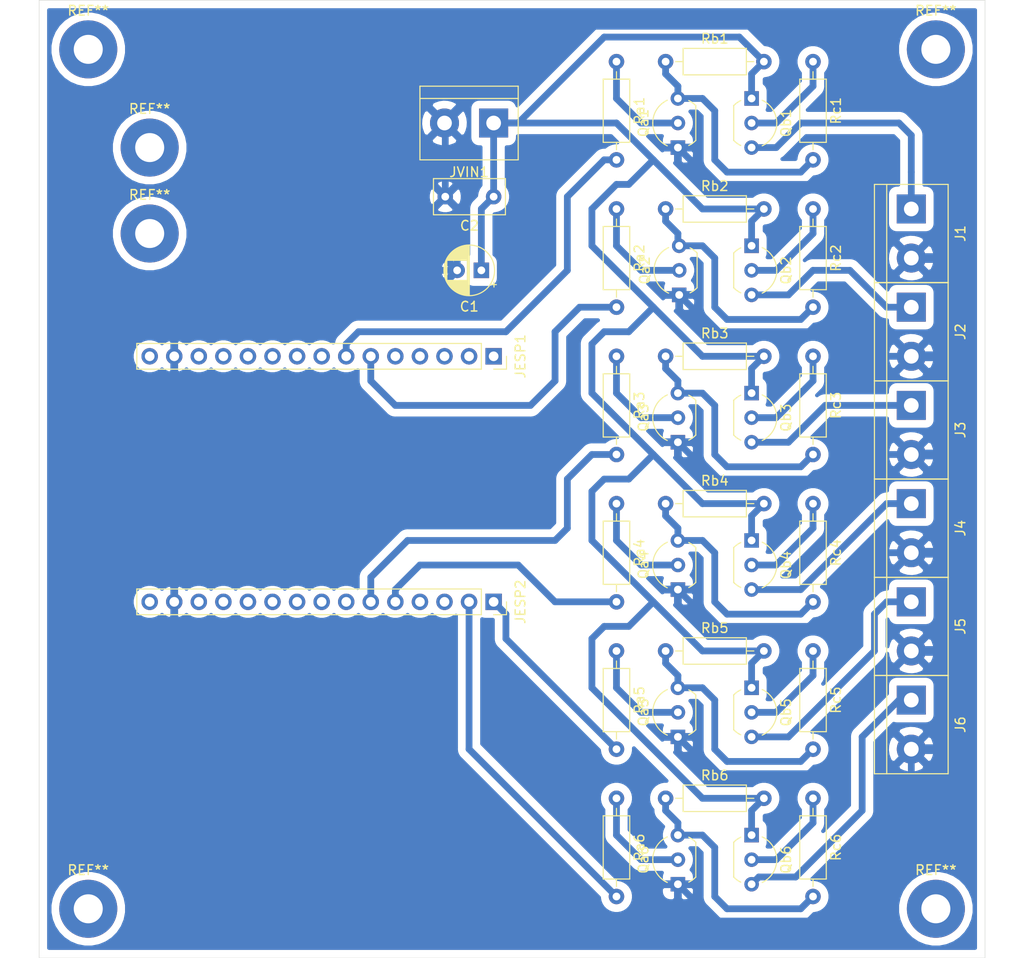
<source format=kicad_pcb>
(kicad_pcb (version 20171130) (host pcbnew 5.1.9)
  (layers (0 F.Cu signal) (31 B.Cu signal) (34 B.Paste user) (35 F.Paste user) (36 B.SilkS user) (37 F.SilkS user) (38 B.Mask user) (39 F.Mask user) (44 Edge.Cuts user))
  (net 0 "")
  (net 1 GND)
  (net 2 VCC)
  (net 3 "Net-(J1-Pad1)")
  (net 4 "Net-(J2-Pad1)")
  (net 5 "Net-(J3-Pad1)")
  (net 6 "Net-(J4-Pad1)")
  (net 7 "Net-(J5-Pad1)")
  (net 8 "Net-(J6-Pad1)")
  (net 9 /V1)
  (net 10 /V2)
  (net 11 /V3)
  (net 12 /V4)
  (net 13 /V6)
  (net 14 /V5)
  (net 15 "Net-(Qa1-Pad3)")
  (net 16 "Net-(Qa1-Pad2)")
  (net 17 "Net-(Qa2-Pad3)")
  (net 18 "Net-(Qa2-Pad2)")
  (net 19 "Net-(Qa3-Pad3)")
  (net 20 "Net-(Qa3-Pad2)")
  (net 21 "Net-(Qa4-Pad3)")
  (net 22 "Net-(Qa4-Pad2)")
  (net 23 "Net-(Qa5-Pad3)")
  (net 24 "Net-(Qa5-Pad2)")
  (net 25 "Net-(Qa6-Pad3)")
  (net 26 "Net-(Qa6-Pad2)")
  (net 27 "Net-(Qb1-Pad2)")
  (net 28 "Net-(Qb2-Pad2)")
  (net 29 "Net-(Qb3-Pad2)")
  (net 30 "Net-(Qb4-Pad2)")
  (net 31 "Net-(Qb5-Pad2)")
  (net 32 "Net-(Qb6-Pad2)")
  (module MountingHole:MountingHole_3mm_Pad (layer F.Cu) (at 36.83 63.5)
    (fp_text reference REF** (at 0 -4) (layer F.SilkS))
    (fp_text value MountingHole_3mm_Pad)
    (pad 1 thru_hole circle (at 0 0) (size 6 6) (drill 3) (layers *.Cu *.Mask))
  )
  (module MountingHole:MountingHole_3mm_Pad (layer F.Cu) (at 36.83 54.61)
    (fp_text reference REF** (at 0 -4) (layer F.SilkS))
    (fp_text value MountingHole_3mm_Pad)
    (pad 1 thru_hole circle (at 0 0) (size 6 6) (drill 3) (layers *.Cu *.Mask))
  )
  (module MountingHole:MountingHole_3mm_Pad (layer F.Cu) (at 30.48 133.35)
    (fp_text reference REF** (at 0 -4) (layer F.SilkS))
    (fp_text value MountingHole_3mm_Pad)
    (pad 1 thru_hole circle (at 0 0) (size 6 6) (drill 3) (layers *.Cu *.Mask))
  )
  (module MountingHole:MountingHole_3mm_Pad (layer F.Cu) (at 118.11 133.35)
    (fp_text reference REF** (at 0 -4) (layer F.SilkS))
    (fp_text value MountingHole_3mm_Pad)
    (pad 1 thru_hole circle (at 0 0) (size 6 6) (drill 3) (layers *.Cu *.Mask))
  )
  (module MountingHole:MountingHole_3mm_Pad (layer F.Cu) (at 118.11 44.45)
    (fp_text reference REF** (at 0 -4) (layer F.SilkS))
    (fp_text value MountingHole_3mm_Pad)
    (pad 1 thru_hole circle (at 0 0) (size 6 6) (drill 3) (layers *.Cu *.Mask))
  )
  (module MountingHole:MountingHole_3mm_Pad (layer F.Cu) (at 30.48 44.45)
    (fp_text reference REF** (at 0 -4) (layer F.SilkS))
    (fp_text value MountingHole_3mm_Pad)
    (pad 1 thru_hole circle (at 0 0) (size 6 6) (drill 3) (layers *.Cu *.Mask))
  )
  (module Resistor_THT:R_Axial_DIN0207_L6.3mm_D2.5mm_P10.16mm_Horizontal (layer F.Cu) (at 105.41 121.92 270)
    (fp_text reference Rc6 (at 5.08 -2.37 90) (layer F.SilkS))
    (fp_text value 4.7k)
    (pad 2 thru_hole oval (at 10.16 0 270) (size 1.6 1.6) (drill 0.8) (layers *.Cu *.Mask) (net 25 "Net-(Qa6-Pad3)"))
    (pad 1 thru_hole circle (at 0 0 270) (size 1.6 1.6) (drill 0.8) (layers *.Cu *.Mask) (net 32 "Net-(Qb6-Pad2)"))
  )
  (module Resistor_THT:R_Axial_DIN0207_L6.3mm_D2.5mm_P10.16mm_Horizontal (layer F.Cu) (at 105.41 106.68 270)
    (fp_text reference Rc5 (at 5.08 -2.37 90) (layer F.SilkS))
    (fp_text value 4.7k)
    (pad 2 thru_hole oval (at 10.16 0 270) (size 1.6 1.6) (drill 0.8) (layers *.Cu *.Mask) (net 23 "Net-(Qa5-Pad3)"))
    (pad 1 thru_hole circle (at 0 0 270) (size 1.6 1.6) (drill 0.8) (layers *.Cu *.Mask) (net 31 "Net-(Qb5-Pad2)"))
  )
  (module Resistor_THT:R_Axial_DIN0207_L6.3mm_D2.5mm_P10.16mm_Horizontal (layer F.Cu) (at 105.41 91.44 270)
    (fp_text reference Rc4 (at 5.08 -2.37 90) (layer F.SilkS))
    (fp_text value 4.7k)
    (pad 2 thru_hole oval (at 10.16 0 270) (size 1.6 1.6) (drill 0.8) (layers *.Cu *.Mask) (net 21 "Net-(Qa4-Pad3)"))
    (pad 1 thru_hole circle (at 0 0 270) (size 1.6 1.6) (drill 0.8) (layers *.Cu *.Mask) (net 30 "Net-(Qb4-Pad2)"))
  )
  (module Resistor_THT:R_Axial_DIN0207_L6.3mm_D2.5mm_P10.16mm_Horizontal (layer F.Cu) (at 105.41 76.2 270)
    (fp_text reference Rc3 (at 5.08 -2.37 90) (layer F.SilkS))
    (fp_text value 4.7k)
    (pad 2 thru_hole oval (at 10.16 0 270) (size 1.6 1.6) (drill 0.8) (layers *.Cu *.Mask) (net 19 "Net-(Qa3-Pad3)"))
    (pad 1 thru_hole circle (at 0 0 270) (size 1.6 1.6) (drill 0.8) (layers *.Cu *.Mask) (net 29 "Net-(Qb3-Pad2)"))
  )
  (module Resistor_THT:R_Axial_DIN0207_L6.3mm_D2.5mm_P10.16mm_Horizontal (layer F.Cu) (at 105.41 60.96 270)
    (fp_text reference Rc2 (at 5.08 -2.37 90) (layer F.SilkS))
    (fp_text value 4.7k)
    (pad 2 thru_hole oval (at 10.16 0 270) (size 1.6 1.6) (drill 0.8) (layers *.Cu *.Mask) (net 17 "Net-(Qa2-Pad3)"))
    (pad 1 thru_hole circle (at 0 0 270) (size 1.6 1.6) (drill 0.8) (layers *.Cu *.Mask) (net 28 "Net-(Qb2-Pad2)"))
  )
  (module Resistor_THT:R_Axial_DIN0207_L6.3mm_D2.5mm_P10.16mm_Horizontal (layer F.Cu) (at 105.41 45.72 270)
    (fp_text reference Rc1 (at 5.08 -2.37 90) (layer F.SilkS))
    (fp_text value 4.7k)
    (pad 2 thru_hole oval (at 10.16 0 270) (size 1.6 1.6) (drill 0.8) (layers *.Cu *.Mask) (net 15 "Net-(Qa1-Pad3)"))
    (pad 1 thru_hole circle (at 0 0 270) (size 1.6 1.6) (drill 0.8) (layers *.Cu *.Mask) (net 27 "Net-(Qb1-Pad2)"))
  )
  (module Resistor_THT:R_Axial_DIN0207_L6.3mm_D2.5mm_P10.16mm_Horizontal (layer F.Cu) (at 90.17 121.92)
    (fp_text reference Rb6 (at 5.08 -2.37) (layer F.SilkS))
    (fp_text value 4.7k)
    (pad 2 thru_hole oval (at 10.16 0) (size 1.6 1.6) (drill 0.8) (layers *.Cu *.Mask) (net 2 VCC))
    (pad 1 thru_hole circle (at 0 0) (size 1.6 1.6) (drill 0.8) (layers *.Cu *.Mask) (net 25 "Net-(Qa6-Pad3)"))
  )
  (module Resistor_THT:R_Axial_DIN0207_L6.3mm_D2.5mm_P10.16mm_Horizontal (layer F.Cu) (at 90.17 106.68)
    (fp_text reference Rb5 (at 5.08 -2.37) (layer F.SilkS))
    (fp_text value 4.7k)
    (pad 2 thru_hole oval (at 10.16 0) (size 1.6 1.6) (drill 0.8) (layers *.Cu *.Mask) (net 2 VCC))
    (pad 1 thru_hole circle (at 0 0) (size 1.6 1.6) (drill 0.8) (layers *.Cu *.Mask) (net 23 "Net-(Qa5-Pad3)"))
  )
  (module Resistor_THT:R_Axial_DIN0207_L6.3mm_D2.5mm_P10.16mm_Horizontal (layer F.Cu) (at 90.17 91.44)
    (fp_text reference Rb4 (at 5.08 -2.37) (layer F.SilkS))
    (fp_text value 4.7k)
    (pad 2 thru_hole oval (at 10.16 0) (size 1.6 1.6) (drill 0.8) (layers *.Cu *.Mask) (net 2 VCC))
    (pad 1 thru_hole circle (at 0 0) (size 1.6 1.6) (drill 0.8) (layers *.Cu *.Mask) (net 21 "Net-(Qa4-Pad3)"))
  )
  (module Resistor_THT:R_Axial_DIN0207_L6.3mm_D2.5mm_P10.16mm_Horizontal (layer F.Cu) (at 90.17 76.2)
    (fp_text reference Rb3 (at 5.08 -2.37) (layer F.SilkS))
    (fp_text value 4.7k)
    (pad 2 thru_hole oval (at 10.16 0) (size 1.6 1.6) (drill 0.8) (layers *.Cu *.Mask) (net 2 VCC))
    (pad 1 thru_hole circle (at 0 0) (size 1.6 1.6) (drill 0.8) (layers *.Cu *.Mask) (net 19 "Net-(Qa3-Pad3)"))
  )
  (module Resistor_THT:R_Axial_DIN0207_L6.3mm_D2.5mm_P10.16mm_Horizontal (layer F.Cu) (at 90.17 60.96)
    (fp_text reference Rb2 (at 5.08 -2.37) (layer F.SilkS))
    (fp_text value 4.7k)
    (pad 2 thru_hole oval (at 10.16 0) (size 1.6 1.6) (drill 0.8) (layers *.Cu *.Mask) (net 2 VCC))
    (pad 1 thru_hole circle (at 0 0) (size 1.6 1.6) (drill 0.8) (layers *.Cu *.Mask) (net 17 "Net-(Qa2-Pad3)"))
  )
  (module Resistor_THT:R_Axial_DIN0207_L6.3mm_D2.5mm_P10.16mm_Horizontal (layer F.Cu) (at 90.17 45.72)
    (fp_text reference Rb1 (at 5.08 -2.37) (layer F.SilkS))
    (fp_text value 4.7k)
    (pad 2 thru_hole oval (at 10.16 0) (size 1.6 1.6) (drill 0.8) (layers *.Cu *.Mask) (net 2 VCC))
    (pad 1 thru_hole circle (at 0 0) (size 1.6 1.6) (drill 0.8) (layers *.Cu *.Mask) (net 15 "Net-(Qa1-Pad3)"))
  )
  (module Resistor_THT:R_Axial_DIN0207_L6.3mm_D2.5mm_P10.16mm_Horizontal (layer F.Cu) (at 85.09 121.92 270)
    (fp_text reference Ra6 (at 5.08 -2.37 90) (layer F.SilkS))
    (fp_text value 4.7k)
    (pad 2 thru_hole oval (at 10.16 0 270) (size 1.6 1.6) (drill 0.8) (layers *.Cu *.Mask) (net 13 /V6))
    (pad 1 thru_hole circle (at 0 0 270) (size 1.6 1.6) (drill 0.8) (layers *.Cu *.Mask) (net 26 "Net-(Qa6-Pad2)"))
  )
  (module Resistor_THT:R_Axial_DIN0207_L6.3mm_D2.5mm_P10.16mm_Horizontal (layer F.Cu) (at 85.09 106.68 270)
    (fp_text reference Ra5 (at 5.08 -2.37 90) (layer F.SilkS))
    (fp_text value 4.7k)
    (pad 2 thru_hole oval (at 10.16 0 270) (size 1.6 1.6) (drill 0.8) (layers *.Cu *.Mask) (net 14 /V5))
    (pad 1 thru_hole circle (at 0 0 270) (size 1.6 1.6) (drill 0.8) (layers *.Cu *.Mask) (net 24 "Net-(Qa5-Pad2)"))
  )
  (module Resistor_THT:R_Axial_DIN0207_L6.3mm_D2.5mm_P10.16mm_Horizontal (layer F.Cu) (at 85.09 91.44 270)
    (fp_text reference Ra4 (at 5.08 -2.37 90) (layer F.SilkS))
    (fp_text value 4.7k)
    (pad 2 thru_hole oval (at 10.16 0 270) (size 1.6 1.6) (drill 0.8) (layers *.Cu *.Mask) (net 12 /V4))
    (pad 1 thru_hole circle (at 0 0 270) (size 1.6 1.6) (drill 0.8) (layers *.Cu *.Mask) (net 22 "Net-(Qa4-Pad2)"))
  )
  (module Resistor_THT:R_Axial_DIN0207_L6.3mm_D2.5mm_P10.16mm_Horizontal (layer F.Cu) (at 85.09 76.2 270)
    (fp_text reference Ra3 (at 5.08 -2.37 90) (layer F.SilkS))
    (fp_text value 4.7k)
    (pad 2 thru_hole oval (at 10.16 0 270) (size 1.6 1.6) (drill 0.8) (layers *.Cu *.Mask) (net 11 /V3))
    (pad 1 thru_hole circle (at 0 0 270) (size 1.6 1.6) (drill 0.8) (layers *.Cu *.Mask) (net 20 "Net-(Qa3-Pad2)"))
  )
  (module Resistor_THT:R_Axial_DIN0207_L6.3mm_D2.5mm_P10.16mm_Horizontal (layer F.Cu) (at 85.09 60.96 270)
    (fp_text reference Ra2 (at 5.08 -2.37 90) (layer F.SilkS))
    (fp_text value 4.7k)
    (pad 2 thru_hole oval (at 10.16 0 270) (size 1.6 1.6) (drill 0.8) (layers *.Cu *.Mask) (net 10 /V2))
    (pad 1 thru_hole circle (at 0 0 270) (size 1.6 1.6) (drill 0.8) (layers *.Cu *.Mask) (net 18 "Net-(Qa2-Pad2)"))
  )
  (module Resistor_THT:R_Axial_DIN0207_L6.3mm_D2.5mm_P10.16mm_Horizontal (layer F.Cu) (at 85.09 45.72 270)
    (fp_text reference Ra1 (at 5.08 -2.37 90) (layer F.SilkS))
    (fp_text value 4.7k)
    (pad 2 thru_hole oval (at 10.16 0 270) (size 1.6 1.6) (drill 0.8) (layers *.Cu *.Mask) (net 9 /V1))
    (pad 1 thru_hole circle (at 0 0 270) (size 1.6 1.6) (drill 0.8) (layers *.Cu *.Mask) (net 16 "Net-(Qa1-Pad2)"))
  )
  (module Package_TO_SOT_THT:TO-92_Inline_Wide (layer F.Cu) (at 99.06 125.73 270)
    (fp_text reference Qb6 (at 2.54 -3.56 90) (layer F.SilkS))
    (fp_text value 2N3906)
    (pad 1 thru_hole rect (at 0 0 270) (size 1.5 1.5) (drill 0.8) (layers *.Cu *.Mask) (net 2 VCC))
    (pad 3 thru_hole circle (at 5.08 0 270) (size 1.5 1.5) (drill 0.8) (layers *.Cu *.Mask) (net 8 "Net-(J6-Pad1)"))
    (pad 2 thru_hole circle (at 2.54 0 270) (size 1.5 1.5) (drill 0.8) (layers *.Cu *.Mask) (net 32 "Net-(Qb6-Pad2)"))
  )
  (module Package_TO_SOT_THT:TO-92_Inline_Wide (layer F.Cu) (at 99.06 110.49 270)
    (fp_text reference Qb5 (at 2.54 -3.56 90) (layer F.SilkS))
    (fp_text value 2N3906)
    (pad 1 thru_hole rect (at 0 0 270) (size 1.5 1.5) (drill 0.8) (layers *.Cu *.Mask) (net 2 VCC))
    (pad 3 thru_hole circle (at 5.08 0 270) (size 1.5 1.5) (drill 0.8) (layers *.Cu *.Mask) (net 7 "Net-(J5-Pad1)"))
    (pad 2 thru_hole circle (at 2.54 0 270) (size 1.5 1.5) (drill 0.8) (layers *.Cu *.Mask) (net 31 "Net-(Qb5-Pad2)"))
  )
  (module Package_TO_SOT_THT:TO-92_Inline_Wide (layer F.Cu) (at 99.06 95.25 270)
    (fp_text reference Qb4 (at 2.54 -3.56 90) (layer F.SilkS))
    (fp_text value 2N3906)
    (pad 1 thru_hole rect (at 0 0 270) (size 1.5 1.5) (drill 0.8) (layers *.Cu *.Mask) (net 2 VCC))
    (pad 3 thru_hole circle (at 5.08 0 270) (size 1.5 1.5) (drill 0.8) (layers *.Cu *.Mask) (net 6 "Net-(J4-Pad1)"))
    (pad 2 thru_hole circle (at 2.54 0 270) (size 1.5 1.5) (drill 0.8) (layers *.Cu *.Mask) (net 30 "Net-(Qb4-Pad2)"))
  )
  (module Package_TO_SOT_THT:TO-92_Inline_Wide (layer F.Cu) (at 99.06 80.01 270)
    (fp_text reference Qb3 (at 2.54 -3.56 90) (layer F.SilkS))
    (fp_text value 2N3906)
    (pad 1 thru_hole rect (at 0 0 270) (size 1.5 1.5) (drill 0.8) (layers *.Cu *.Mask) (net 2 VCC))
    (pad 3 thru_hole circle (at 5.08 0 270) (size 1.5 1.5) (drill 0.8) (layers *.Cu *.Mask) (net 5 "Net-(J3-Pad1)"))
    (pad 2 thru_hole circle (at 2.54 0 270) (size 1.5 1.5) (drill 0.8) (layers *.Cu *.Mask) (net 29 "Net-(Qb3-Pad2)"))
  )
  (module Package_TO_SOT_THT:TO-92_Inline_Wide (layer F.Cu) (at 99.06 64.77 270)
    (fp_text reference Qb2 (at 2.54 -3.56 90) (layer F.SilkS))
    (fp_text value 2N3906)
    (pad 1 thru_hole rect (at 0 0 270) (size 1.5 1.5) (drill 0.8) (layers *.Cu *.Mask) (net 2 VCC))
    (pad 3 thru_hole circle (at 5.08 0 270) (size 1.5 1.5) (drill 0.8) (layers *.Cu *.Mask) (net 4 "Net-(J2-Pad1)"))
    (pad 2 thru_hole circle (at 2.54 0 270) (size 1.5 1.5) (drill 0.8) (layers *.Cu *.Mask) (net 28 "Net-(Qb2-Pad2)"))
  )
  (module Package_TO_SOT_THT:TO-92_Inline_Wide (layer F.Cu) (at 99.06 49.53 270)
    (fp_text reference Qb1 (at 2.54 -3.56 90) (layer F.SilkS))
    (fp_text value 2N3906)
    (pad 1 thru_hole rect (at 0 0 270) (size 1.5 1.5) (drill 0.8) (layers *.Cu *.Mask) (net 2 VCC))
    (pad 3 thru_hole circle (at 5.08 0 270) (size 1.5 1.5) (drill 0.8) (layers *.Cu *.Mask) (net 3 "Net-(J1-Pad1)"))
    (pad 2 thru_hole circle (at 2.54 0 270) (size 1.5 1.5) (drill 0.8) (layers *.Cu *.Mask) (net 27 "Net-(Qb1-Pad2)"))
  )
  (module Package_TO_SOT_THT:TO-92_Inline_Wide (layer F.Cu) (at 91.44 130.81 90)
    (fp_text reference Qa6 (at 2.54 -3.56 90) (layer F.SilkS))
    (fp_text value 2N3904)
    (pad 1 thru_hole rect (at 0 0 90) (size 1.5 1.5) (drill 0.8) (layers *.Cu *.Mask) (net 1 GND))
    (pad 3 thru_hole circle (at 5.08 0 90) (size 1.5 1.5) (drill 0.8) (layers *.Cu *.Mask) (net 25 "Net-(Qa6-Pad3)"))
    (pad 2 thru_hole circle (at 2.54 0 90) (size 1.5 1.5) (drill 0.8) (layers *.Cu *.Mask) (net 26 "Net-(Qa6-Pad2)"))
  )
  (module Package_TO_SOT_THT:TO-92_Inline_Wide (layer F.Cu) (at 91.44 115.57 90)
    (fp_text reference Qa5 (at 2.54 -3.56 90) (layer F.SilkS))
    (fp_text value 2N3904)
    (pad 1 thru_hole rect (at 0 0 90) (size 1.5 1.5) (drill 0.8) (layers *.Cu *.Mask) (net 1 GND))
    (pad 3 thru_hole circle (at 5.08 0 90) (size 1.5 1.5) (drill 0.8) (layers *.Cu *.Mask) (net 23 "Net-(Qa5-Pad3)"))
    (pad 2 thru_hole circle (at 2.54 0 90) (size 1.5 1.5) (drill 0.8) (layers *.Cu *.Mask) (net 24 "Net-(Qa5-Pad2)"))
  )
  (module Package_TO_SOT_THT:TO-92_Inline_Wide (layer F.Cu) (at 91.44 100.33 90)
    (fp_text reference Qa4 (at 2.54 -3.56 90) (layer F.SilkS))
    (fp_text value 2N3904)
    (pad 1 thru_hole rect (at 0 0 90) (size 1.5 1.5) (drill 0.8) (layers *.Cu *.Mask) (net 1 GND))
    (pad 3 thru_hole circle (at 5.08 0 90) (size 1.5 1.5) (drill 0.8) (layers *.Cu *.Mask) (net 21 "Net-(Qa4-Pad3)"))
    (pad 2 thru_hole circle (at 2.54 0 90) (size 1.5 1.5) (drill 0.8) (layers *.Cu *.Mask) (net 22 "Net-(Qa4-Pad2)"))
  )
  (module Package_TO_SOT_THT:TO-92_Inline_Wide (layer F.Cu) (at 91.44 85.09 90)
    (fp_text reference Qa3 (at 2.54 -3.56 90) (layer F.SilkS))
    (fp_text value 2N3904)
    (pad 1 thru_hole rect (at 0 0 90) (size 1.5 1.5) (drill 0.8) (layers *.Cu *.Mask) (net 1 GND))
    (pad 3 thru_hole circle (at 5.08 0 90) (size 1.5 1.5) (drill 0.8) (layers *.Cu *.Mask) (net 19 "Net-(Qa3-Pad3)"))
    (pad 2 thru_hole circle (at 2.54 0 90) (size 1.5 1.5) (drill 0.8) (layers *.Cu *.Mask) (net 20 "Net-(Qa3-Pad2)"))
  )
  (module Package_TO_SOT_THT:TO-92_Inline_Wide (layer F.Cu) (at 91.575225 69.85 90)
    (fp_text reference Qa2 (at 2.54 -3.56 90) (layer F.SilkS))
    (fp_text value 2N3904)
    (pad 1 thru_hole rect (at 0 0 90) (size 1.5 1.5) (drill 0.8) (layers *.Cu *.Mask) (net 1 GND))
    (pad 3 thru_hole circle (at 5.08 0 90) (size 1.5 1.5) (drill 0.8) (layers *.Cu *.Mask) (net 17 "Net-(Qa2-Pad3)"))
    (pad 2 thru_hole circle (at 2.54 0 90) (size 1.5 1.5) (drill 0.8) (layers *.Cu *.Mask) (net 18 "Net-(Qa2-Pad2)"))
  )
  (module Package_TO_SOT_THT:TO-92_Inline_Wide (layer F.Cu) (at 91.44 54.61 90)
    (fp_text reference Qa1 (at 2.54 -3.56 90) (layer F.SilkS))
    (fp_text value 2N3904)
    (pad 1 thru_hole rect (at 0 0 90) (size 1.5 1.5) (drill 0.8) (layers *.Cu *.Mask) (net 1 GND))
    (pad 3 thru_hole circle (at 5.08 0 90) (size 1.5 1.5) (drill 0.8) (layers *.Cu *.Mask) (net 15 "Net-(Qa1-Pad3)"))
    (pad 2 thru_hole circle (at 2.54 0 90) (size 1.5 1.5) (drill 0.8) (layers *.Cu *.Mask) (net 16 "Net-(Qa1-Pad2)"))
  )
  (module TerminalBlock:TerminalBlock_bornier-2_P5.08mm (layer F.Cu) (at 72.39 52.07 180)
    (fp_text reference JVIN1 (at 2.54 -5.08) (layer F.SilkS))
    (fp_text value Conn_01x02)
    (pad 2 thru_hole circle (at 5.08 0 180) (size 3 3) (drill 1.52) (layers *.Cu *.Mask) (net 1 GND))
    (pad 1 thru_hole rect (at 0 0 180) (size 3 3) (drill 1.52) (layers *.Cu *.Mask) (net 2 VCC))
  )
  (module Connector_PinSocket_2.54mm:PinSocket_1x15_P2.54mm_Vertical (layer F.Cu) (at 72.39 101.6 270)
    (fp_text reference JESP2 (at 0 -2.77 90) (layer F.SilkS))
    (fp_text value Conn_01x15)
    (pad 15 thru_hole oval (at 0 35.56 270) (size 1.7 1.7) (drill 1) (layers *.Cu *.Mask))
    (pad 14 thru_hole oval (at 0 33.02 270) (size 1.7 1.7) (drill 1) (layers *.Cu *.Mask) (net 1 GND))
    (pad 13 thru_hole oval (at 0 30.48 270) (size 1.7 1.7) (drill 1) (layers *.Cu *.Mask))
    (pad 12 thru_hole oval (at 0 27.94 270) (size 1.7 1.7) (drill 1) (layers *.Cu *.Mask))
    (pad 11 thru_hole oval (at 0 25.4 270) (size 1.7 1.7) (drill 1) (layers *.Cu *.Mask))
    (pad 10 thru_hole oval (at 0 22.86 270) (size 1.7 1.7) (drill 1) (layers *.Cu *.Mask))
    (pad 9 thru_hole oval (at 0 20.32 270) (size 1.7 1.7) (drill 1) (layers *.Cu *.Mask))
    (pad 8 thru_hole oval (at 0 17.78 270) (size 1.7 1.7) (drill 1) (layers *.Cu *.Mask))
    (pad 7 thru_hole oval (at 0 15.24 270) (size 1.7 1.7) (drill 1) (layers *.Cu *.Mask))
    (pad 6 thru_hole oval (at 0 12.7 270) (size 1.7 1.7) (drill 1) (layers *.Cu *.Mask) (net 11 /V3))
    (pad 5 thru_hole oval (at 0 10.16 270) (size 1.7 1.7) (drill 1) (layers *.Cu *.Mask) (net 12 /V4))
    (pad 4 thru_hole oval (at 0 7.62 270) (size 1.7 1.7) (drill 1) (layers *.Cu *.Mask))
    (pad 3 thru_hole oval (at 0 5.08 270) (size 1.7 1.7) (drill 1) (layers *.Cu *.Mask))
    (pad 2 thru_hole oval (at 0 2.54 270) (size 1.7 1.7) (drill 1) (layers *.Cu *.Mask) (net 13 /V6))
    (pad 1 thru_hole rect (at 0 0 270) (size 1.7 1.7) (drill 1) (layers *.Cu *.Mask) (net 14 /V5))
  )
  (module Connector_PinSocket_2.54mm:PinSocket_1x15_P2.54mm_Vertical (layer F.Cu) (at 72.39 76.2 270)
    (fp_text reference JESP1 (at 0 -2.77 90) (layer F.SilkS))
    (fp_text value Conn_01x15)
    (pad 15 thru_hole oval (at 0 35.56 270) (size 1.7 1.7) (drill 1) (layers *.Cu *.Mask))
    (pad 14 thru_hole oval (at 0 33.02 270) (size 1.7 1.7) (drill 1) (layers *.Cu *.Mask) (net 1 GND))
    (pad 13 thru_hole oval (at 0 30.48 270) (size 1.7 1.7) (drill 1) (layers *.Cu *.Mask))
    (pad 12 thru_hole oval (at 0 27.94 270) (size 1.7 1.7) (drill 1) (layers *.Cu *.Mask))
    (pad 11 thru_hole oval (at 0 25.4 270) (size 1.7 1.7) (drill 1) (layers *.Cu *.Mask))
    (pad 10 thru_hole oval (at 0 22.86 270) (size 1.7 1.7) (drill 1) (layers *.Cu *.Mask))
    (pad 9 thru_hole oval (at 0 20.32 270) (size 1.7 1.7) (drill 1) (layers *.Cu *.Mask))
    (pad 8 thru_hole oval (at 0 17.78 270) (size 1.7 1.7) (drill 1) (layers *.Cu *.Mask))
    (pad 7 thru_hole oval (at 0 15.24 270) (size 1.7 1.7) (drill 1) (layers *.Cu *.Mask) (net 9 /V1))
    (pad 6 thru_hole oval (at 0 12.7 270) (size 1.7 1.7) (drill 1) (layers *.Cu *.Mask) (net 10 /V2))
    (pad 5 thru_hole oval (at 0 10.16 270) (size 1.7 1.7) (drill 1) (layers *.Cu *.Mask))
    (pad 4 thru_hole oval (at 0 7.62 270) (size 1.7 1.7) (drill 1) (layers *.Cu *.Mask))
    (pad 3 thru_hole oval (at 0 5.08 270) (size 1.7 1.7) (drill 1) (layers *.Cu *.Mask))
    (pad 2 thru_hole oval (at 0 2.54 270) (size 1.7 1.7) (drill 1) (layers *.Cu *.Mask))
    (pad 1 thru_hole rect (at 0 0 270) (size 1.7 1.7) (drill 1) (layers *.Cu *.Mask))
  )
  (module TerminalBlock:TerminalBlock_bornier-2_P5.08mm (layer F.Cu) (at 115.57 111.76 270)
    (fp_text reference J6 (at 2.54 -5.08 90) (layer F.SilkS))
    (fp_text value Conn_01x02)
    (pad 2 thru_hole circle (at 5.08 0 270) (size 3 3) (drill 1.52) (layers *.Cu *.Mask) (net 1 GND))
    (pad 1 thru_hole rect (at 0 0 270) (size 3 3) (drill 1.52) (layers *.Cu *.Mask) (net 8 "Net-(J6-Pad1)"))
  )
  (module TerminalBlock:TerminalBlock_bornier-2_P5.08mm (layer F.Cu) (at 115.57 101.6 270)
    (fp_text reference J5 (at 2.54 -5.08 90) (layer F.SilkS))
    (fp_text value Conn_01x02)
    (pad 2 thru_hole circle (at 5.08 0 270) (size 3 3) (drill 1.52) (layers *.Cu *.Mask) (net 1 GND))
    (pad 1 thru_hole rect (at 0 0 270) (size 3 3) (drill 1.52) (layers *.Cu *.Mask) (net 7 "Net-(J5-Pad1)"))
  )
  (module TerminalBlock:TerminalBlock_bornier-2_P5.08mm (layer F.Cu) (at 115.57 91.44 270)
    (fp_text reference J4 (at 2.54 -5.08 90) (layer F.SilkS))
    (fp_text value Conn_01x02)
    (pad 2 thru_hole circle (at 5.08 0 270) (size 3 3) (drill 1.52) (layers *.Cu *.Mask) (net 1 GND))
    (pad 1 thru_hole rect (at 0 0 270) (size 3 3) (drill 1.52) (layers *.Cu *.Mask) (net 6 "Net-(J4-Pad1)"))
  )
  (module TerminalBlock:TerminalBlock_bornier-2_P5.08mm (layer F.Cu) (at 115.57 81.28 270)
    (fp_text reference J3 (at 2.54 -5.08 90) (layer F.SilkS))
    (fp_text value Conn_01x02)
    (pad 2 thru_hole circle (at 5.08 0 270) (size 3 3) (drill 1.52) (layers *.Cu *.Mask) (net 1 GND))
    (pad 1 thru_hole rect (at 0 0 270) (size 3 3) (drill 1.52) (layers *.Cu *.Mask) (net 5 "Net-(J3-Pad1)"))
  )
  (module TerminalBlock:TerminalBlock_bornier-2_P5.08mm (layer F.Cu) (at 115.57 71.12 270)
    (fp_text reference J2 (at 2.54 -5.08 90) (layer F.SilkS))
    (fp_text value Conn_01x02)
    (pad 2 thru_hole circle (at 5.08 0 270) (size 3 3) (drill 1.52) (layers *.Cu *.Mask) (net 1 GND))
    (pad 1 thru_hole rect (at 0 0 270) (size 3 3) (drill 1.52) (layers *.Cu *.Mask) (net 4 "Net-(J2-Pad1)"))
  )
  (module TerminalBlock:TerminalBlock_bornier-2_P5.08mm (layer F.Cu) (at 115.57 60.96 270)
    (fp_text reference J1 (at 2.54 -5.08 90) (layer F.SilkS))
    (fp_text value Conn_01x02)
    (pad 2 thru_hole circle (at 5.08 0 270) (size 3 3) (drill 1.52) (layers *.Cu *.Mask) (net 1 GND))
    (pad 1 thru_hole rect (at 0 0 270) (size 3 3) (drill 1.52) (layers *.Cu *.Mask) (net 3 "Net-(J1-Pad1)"))
  )
  (module Capacitor_THT:C_Rect_L7.2mm_W3.5mm_P5.00mm_FKS2_FKP2_MKS2_MKP2 (layer F.Cu) (at 72.39 59.69 180)
    (fp_text reference C2 (at 2.5 -3) (layer F.SilkS))
    (fp_text value 100n)
    (pad 2 thru_hole circle (at 5 0 180) (size 1.6 1.6) (drill 0.8) (layers *.Cu *.Mask) (net 1 GND))
    (pad 1 thru_hole circle (at 0 0 180) (size 1.6 1.6) (drill 0.8) (layers *.Cu *.Mask) (net 2 VCC))
  )
  (module Capacitor_THT:CP_Radial_D5.0mm_P2.50mm (layer F.Cu) (at 71.12 67.31 180)
    (fp_text reference C1 (at 1.25 -3.75) (layer F.SilkS))
    (fp_text value 10u)
    (pad 2 thru_hole circle (at 2.5 0 180) (size 1.6 1.6) (drill 0.8) (layers *.Cu *.Mask) (net 1 GND))
    (pad 1 thru_hole rect (at 0 0 180) (size 1.6 1.6) (drill 0.8) (layers *.Cu *.Mask) (net 2 VCC))
  )
  (gr_line (start 123.19 39.37) (end 25.4 39.37) (layer Edge.Cuts) (width 0.05))
  (gr_line (start 123.19 138.43) (end 123.19 39.37) (layer Edge.Cuts) (width 0.05))
  (gr_line (start 25.4 138.43) (end 123.19 138.43) (layer Edge.Cuts) (width 0.05))
  (gr_line (start 25.4 39.37) (end 25.4 138.43) (layer Edge.Cuts) (width 0.05))
  (segment (start 67.39 52.15) (end 67.31 52.07) (width 0.7) (layer B.Cu) (net 1))
  (segment (start 67.39 59.69) (end 67.39 52.15) (width 0.7) (layer B.Cu) (net 1))
  (segment (start 68.62 60.92) (end 67.39 59.69) (width 0.7) (layer B.Cu) (net 1))
  (segment (start 68.62 67.31) (end 68.62 60.92) (width 0.7) (layer B.Cu) (net 1))
  (segment (start 118.11 116.84) (end 115.57 116.84) (width 1) (layer B.Cu) (net 1))
  (segment (start 119.38 115.57) (end 118.11 116.84) (width 1) (layer B.Cu) (net 1))
  (segment (start 115.57 106.68) (end 119.38 106.68) (width 1) (layer B.Cu) (net 1))
  (segment (start 119.38 106.68) (end 119.38 115.57) (width 1) (layer B.Cu) (net 1))
  (segment (start 115.57 96.52) (end 119.38 96.52) (width 1) (layer B.Cu) (net 1))
  (segment (start 119.38 96.52) (end 119.38 106.68) (width 1) (layer B.Cu) (net 1))
  (segment (start 115.57 86.36) (end 119.38 86.36) (width 1) (layer B.Cu) (net 1))
  (segment (start 119.38 86.36) (end 119.38 96.52) (width 1) (layer B.Cu) (net 1))
  (segment (start 119.38 76.2) (end 119.38 86.36) (width 1) (layer B.Cu) (net 1))
  (segment (start 115.57 76.2) (end 119.38 76.2) (width 1) (layer B.Cu) (net 1))
  (segment (start 115.57 66.04) (end 119.38 66.04) (width 1) (layer B.Cu) (net 1))
  (segment (start 119.38 66.04) (end 119.38 76.2) (width 1) (layer B.Cu) (net 1))
  (segment (start 115.57 66.04) (end 107.95 58.42) (width 0.7) (layer B.Cu) (net 1))
  (segment (start 107.95 58.42) (end 95.25 58.42) (width 0.7) (layer B.Cu) (net 1))
  (segment (start 95.25 58.42) (end 91.44 54.61) (width 0.7) (layer B.Cu) (net 1))
  (segment (start 95.385225 73.66) (end 91.575225 69.85) (width 0.7) (layer B.Cu) (net 1))
  (segment (start 109.22 73.66) (end 95.385225 73.66) (width 0.7) (layer B.Cu) (net 1))
  (segment (start 111.76 76.2) (end 109.22 73.66) (width 0.7) (layer B.Cu) (net 1))
  (segment (start 115.57 76.2) (end 111.76 76.2) (width 0.7) (layer B.Cu) (net 1))
  (segment (start 115.57 86.36) (end 111.76 86.36) (width 0.7) (layer B.Cu) (net 1))
  (segment (start 111.76 86.36) (end 109.22 88.9) (width 0.7) (layer B.Cu) (net 1))
  (segment (start 95.25 88.9) (end 91.44 85.09) (width 0.7) (layer B.Cu) (net 1))
  (segment (start 109.22 88.9) (end 95.25 88.9) (width 0.7) (layer B.Cu) (net 1))
  (segment (start 115.57 96.52) (end 113.03 96.52) (width 0.7) (layer B.Cu) (net 1))
  (segment (start 113.03 96.52) (end 109.22 100.33) (width 0.7) (layer B.Cu) (net 1))
  (segment (start 109.22 100.33) (end 109.22 102.87) (width 0.7) (layer B.Cu) (net 1))
  (segment (start 109.22 102.87) (end 107.95 104.14) (width 0.7) (layer B.Cu) (net 1))
  (segment (start 95.25 104.14) (end 91.44 100.33) (width 0.7) (layer B.Cu) (net 1))
  (segment (start 107.95 104.14) (end 95.25 104.14) (width 0.7) (layer B.Cu) (net 1))
  (segment (start 115.57 106.68) (end 107.95 114.3) (width 0.7) (layer B.Cu) (net 1))
  (segment (start 107.95 114.3) (end 107.95 119.38) (width 0.7) (layer B.Cu) (net 1))
  (segment (start 107.95 119.38) (end 95.25 119.38) (width 0.7) (layer B.Cu) (net 1))
  (segment (start 95.25 119.38) (end 91.44 115.57) (width 0.7) (layer B.Cu) (net 1))
  (segment (start 95.25 134.62) (end 91.44 130.81) (width 0.7) (layer B.Cu) (net 1))
  (segment (start 106.68 134.62) (end 95.25 134.62) (width 0.7) (layer B.Cu) (net 1))
  (segment (start 115.57 125.73) (end 106.68 134.62) (width 0.7) (layer B.Cu) (net 1))
  (segment (start 115.57 116.84) (end 115.57 125.73) (width 0.7) (layer B.Cu) (net 1))
  (segment (start 67.31 52.07) (end 77.47 41.91) (width 1) (layer B.Cu) (net 1))
  (segment (start 39.37 76.2) (end 39.37 72.39) (width 0.7) (layer B.Cu) (net 1))
  (segment (start 119.38 66.04) (end 119.38 53.34) (width 1) (layer B.Cu) (net 1))
  (segment (start 119.38 53.34) (end 107.95 41.91) (width 1) (layer B.Cu) (net 1))
  (segment (start 107.95 41.91) (end 77.47 41.91) (width 1) (layer B.Cu) (net 1))
  (segment (start 39.37 101.6) (end 39.37 76.2) (width 0.7) (layer B.Cu) (net 1))
  (segment (start 39.37 72.39) (end 40.64 71.12) (width 0.7) (layer B.Cu) (net 1))
  (segment (start 40.64 71.12) (end 57.15 71.12) (width 0.7) (layer B.Cu) (net 1))
  (segment (start 57.15 71.12) (end 60.96 67.31) (width 0.7) (layer B.Cu) (net 1))
  (segment (start 60.96 67.31) (end 68.62 67.31) (width 0.7) (layer B.Cu) (net 1))
  (segment (start 99.06 62.23) (end 100.33 60.96) (width 0.7) (layer B.Cu) (net 2))
  (segment (start 99.06 64.77) (end 99.06 62.23) (width 0.7) (layer B.Cu) (net 2))
  (segment (start 99.06 77.47) (end 100.33 76.2) (width 0.7) (layer B.Cu) (net 2))
  (segment (start 99.06 80.01) (end 99.06 77.47) (width 0.7) (layer B.Cu) (net 2))
  (segment (start 99.06 92.71) (end 100.33 91.44) (width 0.7) (layer B.Cu) (net 2))
  (segment (start 99.06 95.25) (end 99.06 92.71) (width 0.7) (layer B.Cu) (net 2))
  (segment (start 99.06 107.95) (end 100.33 106.68) (width 0.7) (layer B.Cu) (net 2))
  (segment (start 99.06 110.49) (end 99.06 107.95) (width 0.7) (layer B.Cu) (net 2))
  (segment (start 99.06 123.19) (end 100.33 121.92) (width 0.7) (layer B.Cu) (net 2))
  (segment (start 99.06 125.73) (end 99.06 123.19) (width 0.7) (layer B.Cu) (net 2))
  (segment (start 93.98 121.92) (end 100.33 121.92) (width 0.7) (layer B.Cu) (net 2))
  (segment (start 82.55 110.49) (end 93.98 121.92) (width 0.7) (layer B.Cu) (net 2))
  (segment (start 82.55 105.41) (end 82.55 110.49) (width 0.7) (layer B.Cu) (net 2))
  (segment (start 88.9 101.6) (end 86.36 104.14) (width 0.7) (layer B.Cu) (net 2))
  (segment (start 86.36 104.14) (end 83.82 104.14) (width 0.7) (layer B.Cu) (net 2))
  (segment (start 83.82 104.14) (end 82.55 105.41) (width 0.7) (layer B.Cu) (net 2))
  (segment (start 93.98 106.68) (end 100.33 106.68) (width 0.7) (layer B.Cu) (net 2))
  (segment (start 82.55 95.25) (end 93.98 106.68) (width 0.7) (layer B.Cu) (net 2))
  (segment (start 82.55 90.17) (end 82.55 95.25) (width 0.7) (layer B.Cu) (net 2))
  (segment (start 88.9 86.36) (end 86.36 88.9) (width 0.7) (layer B.Cu) (net 2))
  (segment (start 86.36 88.9) (end 83.82 88.9) (width 0.7) (layer B.Cu) (net 2))
  (segment (start 83.82 88.9) (end 82.55 90.17) (width 0.7) (layer B.Cu) (net 2))
  (segment (start 99.06 46.99) (end 100.33 45.72) (width 0.7) (layer B.Cu) (net 2))
  (segment (start 99.06 49.53) (end 99.06 46.99) (width 0.7) (layer B.Cu) (net 2))
  (segment (start 71.12 60.96) (end 72.39 59.69) (width 0.7) (layer B.Cu) (net 2))
  (segment (start 71.12 67.31) (end 71.12 60.96) (width 0.7) (layer B.Cu) (net 2))
  (segment (start 72.39 59.69) (end 72.39 52.07) (width 0.7) (layer B.Cu) (net 2))
  (segment (start 93.98 60.96) (end 100.33 60.96) (width 0.7) (layer B.Cu) (net 2))
  (segment (start 72.39 52.07) (end 85.09 52.07) (width 0.7) (layer B.Cu) (net 2))
  (segment (start 72.39 52.07) (end 74.93 52.07) (width 0.7) (layer B.Cu) (net 2))
  (segment (start 74.93 52.07) (end 83.82 43.18) (width 0.7) (layer B.Cu) (net 2))
  (segment (start 97.79 43.18) (end 100.33 45.72) (width 0.7) (layer B.Cu) (net 2))
  (segment (start 83.82 43.18) (end 97.79 43.18) (width 0.7) (layer B.Cu) (net 2))
  (segment (start 85.09 52.07) (end 88.9 55.88) (width 0.7) (layer B.Cu) (net 2))
  (segment (start 88.9 55.88) (end 86.36 58.42) (width 0.7) (layer B.Cu) (net 2))
  (segment (start 88.9 55.88) (end 93.98 60.96) (width 0.7) (layer B.Cu) (net 2))
  (segment (start 86.36 58.42) (end 85.09 58.42) (width 0.7) (layer B.Cu) (net 2))
  (segment (start 85.09 58.42) (end 82.55 60.96) (width 0.7) (layer B.Cu) (net 2))
  (segment (start 82.55 60.96) (end 82.55 64.77) (width 0.7) (layer B.Cu) (net 2))
  (segment (start 93.98 76.2) (end 100.33 76.2) (width 0.7) (layer B.Cu) (net 2))
  (segment (start 82.55 64.77) (end 88.9 71.12) (width 0.7) (layer B.Cu) (net 2))
  (segment (start 88.9 71.12) (end 93.98 76.2) (width 0.7) (layer B.Cu) (net 2))
  (segment (start 93.98 91.44) (end 100.33 91.44) (width 0.7) (layer B.Cu) (net 2))
  (segment (start 82.55 80.01) (end 93.98 91.44) (width 0.7) (layer B.Cu) (net 2))
  (segment (start 82.55 74.93) (end 82.55 80.01) (width 0.7) (layer B.Cu) (net 2))
  (segment (start 86.36 73.66) (end 83.82 73.66) (width 0.7) (layer B.Cu) (net 2))
  (segment (start 83.82 73.66) (end 82.55 74.93) (width 0.7) (layer B.Cu) (net 2))
  (segment (start 88.9 71.12) (end 86.36 73.66) (width 0.7) (layer B.Cu) (net 2))
  (segment (start 115.57 53.34) (end 115.57 57.15) (width 0.7) (layer B.Cu) (net 3))
  (segment (start 114.3 52.07) (end 115.57 53.34) (width 0.7) (layer B.Cu) (net 3))
  (segment (start 104.14 52.07) (end 114.3 52.07) (width 0.7) (layer B.Cu) (net 3))
  (segment (start 101.6 54.61) (end 104.14 52.07) (width 0.7) (layer B.Cu) (net 3))
  (segment (start 115.57 57.15) (end 115.57 60.96) (width 0.7) (layer B.Cu) (net 3))
  (segment (start 99.06 54.61) (end 101.6 54.61) (width 0.7) (layer B.Cu) (net 3))
  (segment (start 113.03 71.12) (end 115.57 71.12) (width 0.7) (layer B.Cu) (net 4))
  (segment (start 109.22 67.31) (end 113.03 71.12) (width 0.7) (layer B.Cu) (net 4))
  (segment (start 105.41 67.31) (end 109.22 67.31) (width 0.7) (layer B.Cu) (net 4))
  (segment (start 102.87 69.85) (end 105.41 67.31) (width 0.7) (layer B.Cu) (net 4))
  (segment (start 99.06 69.85) (end 102.87 69.85) (width 0.7) (layer B.Cu) (net 4))
  (segment (start 102.87 85.09) (end 106.68 81.28) (width 0.7) (layer B.Cu) (net 5))
  (segment (start 106.68 81.28) (end 115.57 81.28) (width 0.7) (layer B.Cu) (net 5))
  (segment (start 99.06 85.09) (end 102.87 85.09) (width 0.7) (layer B.Cu) (net 5))
  (segment (start 113.03 91.44) (end 115.57 91.44) (width 0.7) (layer B.Cu) (net 6))
  (segment (start 104.14 100.33) (end 113.03 91.44) (width 0.7) (layer B.Cu) (net 6))
  (segment (start 99.06 100.33) (end 104.14 100.33) (width 0.7) (layer B.Cu) (net 6))
  (segment (start 99.06 115.57) (end 102.87 115.57) (width 0.7) (layer B.Cu) (net 7))
  (segment (start 102.87 115.57) (end 111.76 106.68) (width 0.7) (layer B.Cu) (net 7))
  (segment (start 111.76 106.68) (end 111.76 102.87) (width 0.7) (layer B.Cu) (net 7))
  (segment (start 111.76 102.87) (end 113.03 101.6) (width 0.7) (layer B.Cu) (net 7))
  (segment (start 113.03 101.6) (end 115.57 101.6) (width 0.7) (layer B.Cu) (net 7))
  (segment (start 114.3 111.76) (end 115.57 111.76) (width 0.7) (layer B.Cu) (net 8))
  (segment (start 110.49 115.57) (end 114.3 111.76) (width 0.7) (layer B.Cu) (net 8))
  (segment (start 110.49 123.19) (end 110.49 115.57) (width 0.7) (layer B.Cu) (net 8))
  (segment (start 99.809999 130.060001) (end 103.619999 130.060001) (width 0.7) (layer B.Cu) (net 8))
  (segment (start 103.619999 130.060001) (end 110.49 123.19) (width 0.7) (layer B.Cu) (net 8))
  (segment (start 99.06 130.81) (end 99.809999 130.060001) (width 0.7) (layer B.Cu) (net 8))
  (segment (start 83.82 55.88) (end 85.09 55.88) (width 0.7) (layer B.Cu) (net 9))
  (segment (start 80.01 67.31) (end 80.01 59.69) (width 0.7) (layer B.Cu) (net 9))
  (segment (start 73.66 73.66) (end 80.01 67.31) (width 0.7) (layer B.Cu) (net 9))
  (segment (start 58.42 73.66) (end 73.66 73.66) (width 0.7) (layer B.Cu) (net 9))
  (segment (start 57.15 74.93) (end 58.42 73.66) (width 0.7) (layer B.Cu) (net 9))
  (segment (start 80.01 59.69) (end 83.82 55.88) (width 0.7) (layer B.Cu) (net 9))
  (segment (start 57.15 76.2) (end 57.15 74.93) (width 0.7) (layer B.Cu) (net 9))
  (segment (start 59.69 78.74) (end 59.69 76.2) (width 0.7) (layer B.Cu) (net 10))
  (segment (start 62.23 81.28) (end 59.69 78.74) (width 0.7) (layer B.Cu) (net 10))
  (segment (start 76.2 81.28) (end 62.23 81.28) (width 0.7) (layer B.Cu) (net 10))
  (segment (start 78.74 78.74) (end 76.2 81.28) (width 0.7) (layer B.Cu) (net 10))
  (segment (start 78.74 73.66) (end 78.74 78.74) (width 0.7) (layer B.Cu) (net 10))
  (segment (start 81.28 71.12) (end 78.74 73.66) (width 0.7) (layer B.Cu) (net 10))
  (segment (start 85.09 71.12) (end 81.28 71.12) (width 0.7) (layer B.Cu) (net 10))
  (segment (start 80.01 88.9) (end 82.55 86.36) (width 0.7) (layer B.Cu) (net 11))
  (segment (start 78.74 95.25) (end 80.01 93.98) (width 0.7) (layer B.Cu) (net 11))
  (segment (start 63.5 95.25) (end 78.74 95.25) (width 0.7) (layer B.Cu) (net 11))
  (segment (start 59.69 99.06) (end 63.5 95.25) (width 0.7) (layer B.Cu) (net 11))
  (segment (start 82.55 86.36) (end 85.09 86.36) (width 0.7) (layer B.Cu) (net 11))
  (segment (start 80.01 93.98) (end 80.01 88.9) (width 0.7) (layer B.Cu) (net 11))
  (segment (start 59.69 101.6) (end 59.69 99.06) (width 0.7) (layer B.Cu) (net 11))
  (segment (start 62.23 100.33) (end 62.23 101.6) (width 0.7) (layer B.Cu) (net 12))
  (segment (start 64.77 97.79) (end 62.23 100.33) (width 0.7) (layer B.Cu) (net 12))
  (segment (start 74.93 97.79) (end 64.77 97.79) (width 0.7) (layer B.Cu) (net 12))
  (segment (start 78.74 101.6) (end 74.93 97.79) (width 0.7) (layer B.Cu) (net 12))
  (segment (start 85.09 101.6) (end 78.74 101.6) (width 0.7) (layer B.Cu) (net 12))
  (segment (start 69.85 116.84) (end 85.09 132.08) (width 0.7) (layer B.Cu) (net 13))
  (segment (start 69.85 101.6) (end 69.85 116.84) (width 0.7) (layer B.Cu) (net 13))
  (segment (start 73.66 102.87) (end 72.39 101.6) (width 0.7) (layer B.Cu) (net 14))
  (segment (start 73.66 105.41) (end 73.66 102.87) (width 0.7) (layer B.Cu) (net 14))
  (segment (start 85.09 116.84) (end 73.66 105.41) (width 0.7) (layer B.Cu) (net 14))
  (segment (start 91.44 49.53) (end 91.44 48.26) (width 0.7) (layer B.Cu) (net 15))
  (segment (start 90.17 46.99) (end 90.17 45.72) (width 0.7) (layer B.Cu) (net 15))
  (segment (start 91.44 48.26) (end 90.17 46.99) (width 0.7) (layer B.Cu) (net 15))
  (segment (start 93.98 49.53) (end 91.44 49.53) (width 0.7) (layer B.Cu) (net 15))
  (segment (start 95.25 50.8) (end 93.98 49.53) (width 0.7) (layer B.Cu) (net 15))
  (segment (start 95.25 55.88) (end 95.25 50.8) (width 0.7) (layer B.Cu) (net 15))
  (segment (start 96.52 57.15) (end 95.25 55.88) (width 0.7) (layer B.Cu) (net 15))
  (segment (start 104.14 57.15) (end 96.52 57.15) (width 0.7) (layer B.Cu) (net 15))
  (segment (start 105.41 55.88) (end 104.14 57.15) (width 0.7) (layer B.Cu) (net 15))
  (segment (start 85.09 45.72) (end 85.09 49.53) (width 0.7) (layer B.Cu) (net 16))
  (segment (start 85.09 49.53) (end 87.63 52.07) (width 0.7) (layer B.Cu) (net 16))
  (segment (start 87.63 52.07) (end 91.44 52.07) (width 0.7) (layer B.Cu) (net 16))
  (segment (start 95.25 66.04) (end 93.98 64.77) (width 0.7) (layer B.Cu) (net 17))
  (segment (start 91.44 64.77) (end 91.44 63.5) (width 0.7) (layer B.Cu) (net 17))
  (segment (start 90.17 62.23) (end 90.17 60.96) (width 0.7) (layer B.Cu) (net 17))
  (segment (start 105.41 71.12) (end 104.14 72.39) (width 0.7) (layer B.Cu) (net 17))
  (segment (start 91.44 63.5) (end 90.17 62.23) (width 0.7) (layer B.Cu) (net 17))
  (segment (start 96.52 72.39) (end 95.25 71.12) (width 0.7) (layer B.Cu) (net 17))
  (segment (start 93.98 64.77) (end 91.44 64.77) (width 0.7) (layer B.Cu) (net 17))
  (segment (start 95.25 71.12) (end 95.25 66.04) (width 0.7) (layer B.Cu) (net 17))
  (segment (start 104.14 72.39) (end 96.52 72.39) (width 0.7) (layer B.Cu) (net 17))
  (segment (start 85.09 60.96) (end 85.09 64.77) (width 0.7) (layer B.Cu) (net 18))
  (segment (start 87.63 67.31) (end 91.44 67.31) (width 0.7) (layer B.Cu) (net 18))
  (segment (start 85.09 64.77) (end 87.63 67.31) (width 0.7) (layer B.Cu) (net 18))
  (segment (start 95.25 81.28) (end 93.98 80.01) (width 0.7) (layer B.Cu) (net 19))
  (segment (start 91.44 80.01) (end 91.44 78.74) (width 0.7) (layer B.Cu) (net 19))
  (segment (start 90.17 77.47) (end 90.17 76.2) (width 0.7) (layer B.Cu) (net 19))
  (segment (start 105.41 86.36) (end 104.14 87.63) (width 0.7) (layer B.Cu) (net 19))
  (segment (start 91.44 78.74) (end 90.17 77.47) (width 0.7) (layer B.Cu) (net 19))
  (segment (start 96.52 87.63) (end 95.25 86.36) (width 0.7) (layer B.Cu) (net 19))
  (segment (start 93.98 80.01) (end 91.44 80.01) (width 0.7) (layer B.Cu) (net 19))
  (segment (start 95.25 86.36) (end 95.25 81.28) (width 0.7) (layer B.Cu) (net 19))
  (segment (start 104.14 87.63) (end 96.52 87.63) (width 0.7) (layer B.Cu) (net 19))
  (segment (start 85.09 76.2) (end 85.09 80.01) (width 0.7) (layer B.Cu) (net 20))
  (segment (start 87.63 82.55) (end 91.44 82.55) (width 0.7) (layer B.Cu) (net 20))
  (segment (start 85.09 80.01) (end 87.63 82.55) (width 0.7) (layer B.Cu) (net 20))
  (segment (start 95.25 96.52) (end 93.98 95.25) (width 0.7) (layer B.Cu) (net 21))
  (segment (start 91.44 95.25) (end 91.44 93.98) (width 0.7) (layer B.Cu) (net 21))
  (segment (start 90.17 92.71) (end 90.17 91.44) (width 0.7) (layer B.Cu) (net 21))
  (segment (start 105.41 101.6) (end 104.14 102.87) (width 0.7) (layer B.Cu) (net 21))
  (segment (start 91.44 93.98) (end 90.17 92.71) (width 0.7) (layer B.Cu) (net 21))
  (segment (start 96.52 102.87) (end 95.25 101.6) (width 0.7) (layer B.Cu) (net 21))
  (segment (start 93.98 95.25) (end 91.44 95.25) (width 0.7) (layer B.Cu) (net 21))
  (segment (start 95.25 101.6) (end 95.25 96.52) (width 0.7) (layer B.Cu) (net 21))
  (segment (start 104.14 102.87) (end 96.52 102.87) (width 0.7) (layer B.Cu) (net 21))
  (segment (start 85.09 91.44) (end 85.09 95.25) (width 0.7) (layer B.Cu) (net 22))
  (segment (start 87.63 97.79) (end 91.44 97.79) (width 0.7) (layer B.Cu) (net 22))
  (segment (start 85.09 95.25) (end 87.63 97.79) (width 0.7) (layer B.Cu) (net 22))
  (segment (start 95.25 111.76) (end 93.98 110.49) (width 0.7) (layer B.Cu) (net 23))
  (segment (start 91.44 110.49) (end 91.44 109.22) (width 0.7) (layer B.Cu) (net 23))
  (segment (start 90.17 107.95) (end 90.17 106.68) (width 0.7) (layer B.Cu) (net 23))
  (segment (start 105.41 116.84) (end 104.14 118.11) (width 0.7) (layer B.Cu) (net 23))
  (segment (start 91.44 109.22) (end 90.17 107.95) (width 0.7) (layer B.Cu) (net 23))
  (segment (start 96.52 118.11) (end 95.25 116.84) (width 0.7) (layer B.Cu) (net 23))
  (segment (start 93.98 110.49) (end 91.44 110.49) (width 0.7) (layer B.Cu) (net 23))
  (segment (start 95.25 116.84) (end 95.25 111.76) (width 0.7) (layer B.Cu) (net 23))
  (segment (start 104.14 118.11) (end 96.52 118.11) (width 0.7) (layer B.Cu) (net 23))
  (segment (start 85.09 106.68) (end 85.09 110.49) (width 0.7) (layer B.Cu) (net 24))
  (segment (start 87.63 113.03) (end 91.44 113.03) (width 0.7) (layer B.Cu) (net 24))
  (segment (start 85.09 110.49) (end 87.63 113.03) (width 0.7) (layer B.Cu) (net 24))
  (segment (start 95.25 127) (end 93.98 125.73) (width 0.7) (layer B.Cu) (net 25))
  (segment (start 91.44 125.73) (end 91.44 124.46) (width 0.7) (layer B.Cu) (net 25))
  (segment (start 90.17 123.19) (end 90.17 121.92) (width 0.7) (layer B.Cu) (net 25))
  (segment (start 105.41 132.08) (end 104.14 133.35) (width 0.7) (layer B.Cu) (net 25))
  (segment (start 91.44 124.46) (end 90.17 123.19) (width 0.7) (layer B.Cu) (net 25))
  (segment (start 96.52 133.35) (end 95.25 132.08) (width 0.7) (layer B.Cu) (net 25))
  (segment (start 93.98 125.73) (end 91.44 125.73) (width 0.7) (layer B.Cu) (net 25))
  (segment (start 95.25 132.08) (end 95.25 127) (width 0.7) (layer B.Cu) (net 25))
  (segment (start 104.14 133.35) (end 96.52 133.35) (width 0.7) (layer B.Cu) (net 25))
  (segment (start 85.09 121.92) (end 85.09 125.73) (width 0.7) (layer B.Cu) (net 26))
  (segment (start 87.63 128.27) (end 91.44 128.27) (width 0.7) (layer B.Cu) (net 26))
  (segment (start 85.09 125.73) (end 87.63 128.27) (width 0.7) (layer B.Cu) (net 26))
  (segment (start 105.41 48.26) (end 105.41 45.72) (width 0.7) (layer B.Cu) (net 27))
  (segment (start 99.06 52.07) (end 101.6 52.07) (width 0.7) (layer B.Cu) (net 27))
  (segment (start 101.6 52.07) (end 105.41 48.26) (width 0.7) (layer B.Cu) (net 27))
  (segment (start 101.6 67.31) (end 105.41 63.5) (width 0.7) (layer B.Cu) (net 28))
  (segment (start 99.06 67.31) (end 101.6 67.31) (width 0.7) (layer B.Cu) (net 28))
  (segment (start 105.41 63.5) (end 105.41 60.96) (width 0.7) (layer B.Cu) (net 28))
  (segment (start 101.6 82.55) (end 105.41 78.74) (width 0.7) (layer B.Cu) (net 29))
  (segment (start 99.06 82.55) (end 101.6 82.55) (width 0.7) (layer B.Cu) (net 29))
  (segment (start 105.41 78.74) (end 105.41 76.2) (width 0.7) (layer B.Cu) (net 29))
  (segment (start 101.6 97.79) (end 105.41 93.98) (width 0.7) (layer B.Cu) (net 30))
  (segment (start 99.06 97.79) (end 101.6 97.79) (width 0.7) (layer B.Cu) (net 30))
  (segment (start 105.41 93.98) (end 105.41 91.44) (width 0.7) (layer B.Cu) (net 30))
  (segment (start 101.6 113.03) (end 105.41 109.22) (width 0.7) (layer B.Cu) (net 31))
  (segment (start 99.06 113.03) (end 101.6 113.03) (width 0.7) (layer B.Cu) (net 31))
  (segment (start 105.41 109.22) (end 105.41 106.68) (width 0.7) (layer B.Cu) (net 31))
  (segment (start 101.6 128.27) (end 105.41 124.46) (width 0.7) (layer B.Cu) (net 32))
  (segment (start 99.06 128.27) (end 101.6 128.27) (width 0.7) (layer B.Cu) (net 32))
  (segment (start 105.41 124.46) (end 105.41 121.92) (width 0.7) (layer B.Cu) (net 32))
  (zone (net 1) (net_name GND) (layer B.Cu) (connect_pads (clearance 0.8)) (min_thickness 0.4) (fill yes (arc_segments 32) (thermal_gap 0.8) (thermal_bridge_width 0.8))
    (polygon (pts (xy 123.19 138.43) (xy 25.4 138.43) (xy 25.4 39.37) (xy 123.19 39.37)))
  )
)
</source>
